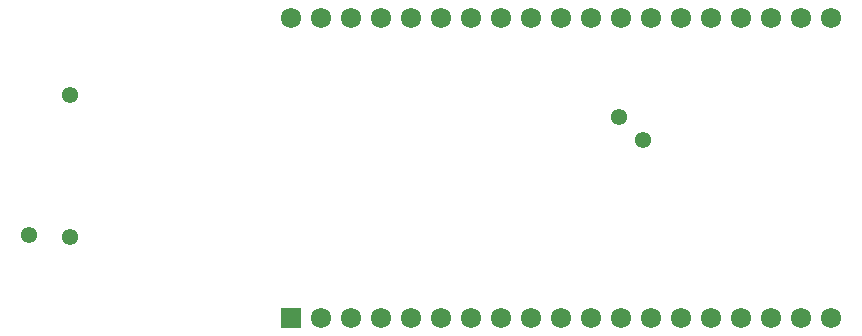
<source format=gbr>
G04 DesignSpark PCB Gerber Version 10.0 Build 5299*
G04 #@! TF.Part,Single*
G04 #@! TF.FileFunction,Soldermask,Bot*
G04 #@! TF.FilePolarity,Negative*
%FSLAX35Y35*%
%MOIN*%
G04 #@! TA.AperFunction,WasherPad*
%ADD24R,0.06772X0.06772*%
G04 #@! TA.AperFunction,ViaPad*
%ADD20C,0.05430*%
G04 #@! TA.AperFunction,WasherPad*
%ADD23C,0.06772*%
G04 #@! TD.AperFunction*
X0Y0D02*
D02*
D20*
X78990Y32423D03*
X92770Y31746D03*
Y78990D03*
X275841Y71793D03*
X283715Y63919D03*
D02*
D23*
X166549Y104778D03*
X176549Y4778D03*
Y104778D03*
X186549Y4778D03*
Y104778D03*
X196549Y4778D03*
Y104778D03*
X206549Y4778D03*
Y104778D03*
X216549Y4778D03*
Y104778D03*
X226549Y4778D03*
Y104778D03*
X236549Y4778D03*
Y104778D03*
X246549Y4778D03*
Y104778D03*
X256549Y4778D03*
Y104778D03*
X266549Y4778D03*
Y104778D03*
X276549Y4778D03*
Y104778D03*
X286549Y4778D03*
Y104778D03*
X296549Y4778D03*
Y104778D03*
X306549Y4778D03*
Y104778D03*
X316549Y4778D03*
Y104778D03*
X326549Y4778D03*
Y104778D03*
X336549Y4778D03*
Y104778D03*
X346549Y4778D03*
Y104778D03*
D02*
D24*
X166549Y4778D03*
X0Y0D02*
M02*

</source>
